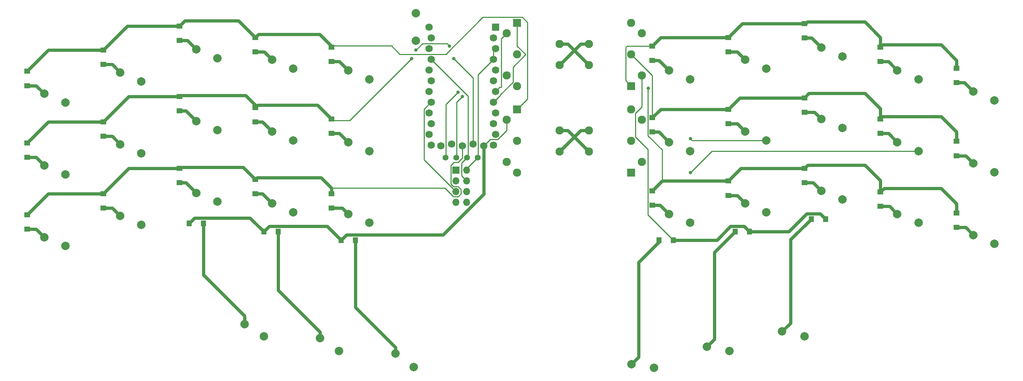
<source format=gbr>
%TF.GenerationSoftware,KiCad,Pcbnew,(5.1.9-0-10_14)*%
%TF.CreationDate,2021-06-06T18:46:05+01:00*%
%TF.ProjectId,dual_wield,6475616c-5f77-4696-956c-642e6b696361,rev?*%
%TF.SameCoordinates,Original*%
%TF.FileFunction,Copper,L1,Top*%
%TF.FilePolarity,Positive*%
%FSLAX46Y46*%
G04 Gerber Fmt 4.6, Leading zero omitted, Abs format (unit mm)*
G04 Created by KiCad (PCBNEW (5.1.9-0-10_14)) date 2021-06-06 18:46:05*
%MOMM*%
%LPD*%
G01*
G04 APERTURE LIST*
%TA.AperFunction,ComponentPad*%
%ADD10C,1.752600*%
%TD*%
%TA.AperFunction,ComponentPad*%
%ADD11R,1.752600X1.752600*%
%TD*%
%TA.AperFunction,ComponentPad*%
%ADD12C,2.000000*%
%TD*%
%TA.AperFunction,ComponentPad*%
%ADD13C,1.397000*%
%TD*%
%TA.AperFunction,ComponentPad*%
%ADD14O,1.700000X1.700000*%
%TD*%
%TA.AperFunction,ComponentPad*%
%ADD15R,1.700000X1.700000*%
%TD*%
%TA.AperFunction,ComponentPad*%
%ADD16C,1.950000*%
%TD*%
%TA.AperFunction,ComponentPad*%
%ADD17R,1.950000X1.950000*%
%TD*%
%TA.AperFunction,SMDPad,CuDef*%
%ADD18R,1.400000X1.200000*%
%TD*%
%TA.AperFunction,SMDPad,CuDef*%
%ADD19R,1.200000X1.400000*%
%TD*%
%TA.AperFunction,ViaPad*%
%ADD20C,0.800000*%
%TD*%
%TA.AperFunction,Conductor*%
%ADD21C,0.750000*%
%TD*%
%TA.AperFunction,Conductor*%
%ADD22C,0.250000*%
%TD*%
G04 APERTURE END LIST*
D10*
%TO.P,U1,25*%
%TO.N,row3*%
X283080000Y-159698600D03*
%TO.P,U1,26*%
%TO.N,row1*%
X280540000Y-159241400D03*
%TO.P,U1,27*%
%TO.N,row2*%
X278000000Y-159698600D03*
%TO.P,U1,28*%
%TO.N,Net-(U1-Pad28)*%
X275460000Y-159241400D03*
%TO.P,U1,29*%
%TO.N,Net-(U1-Pad29)*%
X272920000Y-159698600D03*
%TO.P,U1,24*%
%TO.N,col1*%
X270151400Y-131530000D03*
%TO.P,U1,12*%
%TO.N,row0*%
X285391400Y-159470000D03*
%TO.P,U1,23*%
%TO.N,Net-(SW1-Pad1)*%
X270608600Y-134070000D03*
%TO.P,U1,22*%
%TO.N,Net-(SW1-Pad2)*%
X270151400Y-136610000D03*
%TO.P,U1,21*%
%TO.N,VCC*%
X270608600Y-139150000D03*
%TO.P,U1,20*%
%TO.N,col2*%
X270151400Y-141690000D03*
%TO.P,U1,19*%
%TO.N,col3*%
X270608600Y-144230000D03*
%TO.P,U1,18*%
%TO.N,col4*%
X270151400Y-146770000D03*
%TO.P,U1,17*%
%TO.N,ss*%
X270608600Y-149310000D03*
%TO.P,U1,16*%
%TO.N,sc*%
X270151400Y-151850000D03*
%TO.P,U1,15*%
%TO.N,mi*%
X270608600Y-154390000D03*
%TO.P,U1,14*%
%TO.N,mo*%
X270151400Y-156930000D03*
%TO.P,U1,13*%
%TO.N,col0*%
X270608600Y-159470000D03*
%TO.P,U1,11*%
%TO.N,col7*%
X285848600Y-156930000D03*
%TO.P,U1,10*%
%TO.N,col9*%
X285391400Y-154390000D03*
%TO.P,U1,9*%
%TO.N,col6*%
X285848600Y-151850000D03*
%TO.P,U1,8*%
%TO.N,col5*%
X285391400Y-149310000D03*
%TO.P,U1,7*%
%TO.N,col8*%
X285848600Y-146770000D03*
%TO.P,U1,6*%
%TO.N,scl*%
X285391400Y-144230000D03*
%TO.P,U1,5*%
%TO.N,sda*%
X285848600Y-141690000D03*
%TO.P,U1,4*%
%TO.N,GND*%
X285391400Y-139150000D03*
%TO.P,U1,3*%
X285848600Y-136610000D03*
%TO.P,U1,2*%
%TO.N,Net-(U1-Pad2)*%
X285391400Y-134070000D03*
D11*
%TO.P,U1,1*%
%TO.N,Net-(U1-Pad1)*%
X285848600Y-131530000D03*
%TD*%
D12*
%TO.P,SW1,2*%
%TO.N,Net-(SW1-Pad2)*%
X267000000Y-134750000D03*
%TO.P,SW1,1*%
%TO.N,Net-(SW1-Pad1)*%
X267000000Y-128250000D03*
%TD*%
D13*
%TO.P,OL1,4*%
%TO.N,GND*%
X281620000Y-162500000D03*
%TO.P,OL1,3*%
%TO.N,VCC*%
X279080000Y-162500000D03*
%TO.P,OL1,2*%
%TO.N,scl*%
X276540000Y-162500000D03*
%TO.P,OL1,1*%
%TO.N,sda*%
X274000000Y-162500000D03*
%TD*%
D12*
%TO.P,K?1,2*%
%TO.N,Net-(D1-Pad2)*%
X179000000Y-147300000D03*
%TO.P,K?1,1*%
%TO.N,col0*%
X184000000Y-149400000D03*
%TD*%
%TO.P,K35,2*%
%TO.N,Net-(D36-Pad2)*%
X399000000Y-180800000D03*
%TO.P,K35,1*%
%TO.N,col9r*%
X404000000Y-182900000D03*
%TD*%
%TO.P,K34,2*%
%TO.N,Net-(D35-Pad2)*%
X399000000Y-163800000D03*
%TO.P,K34,1*%
%TO.N,col9r*%
X404000000Y-165900000D03*
%TD*%
%TO.P,K33,2*%
%TO.N,Net-(D34-Pad2)*%
X399000000Y-146800000D03*
%TO.P,K33,1*%
%TO.N,col9r*%
X404000000Y-148900000D03*
%TD*%
%TO.P,K32,2*%
%TO.N,Net-(D33-Pad2)*%
X381000000Y-175800000D03*
%TO.P,K32,1*%
%TO.N,col8r*%
X386000000Y-177900000D03*
%TD*%
%TO.P,K31,2*%
%TO.N,Net-(D32-Pad2)*%
X381000000Y-158800000D03*
%TO.P,K31,1*%
%TO.N,col8r*%
X386000000Y-160900000D03*
%TD*%
%TO.P,K30,2*%
%TO.N,Net-(D31-Pad2)*%
X381000000Y-141800000D03*
%TO.P,K30,1*%
%TO.N,col8r*%
X386000000Y-143900000D03*
%TD*%
%TO.P,K29,2*%
%TO.N,Net-(D30-Pad2)*%
X353735824Y-203610510D03*
%TO.P,K29,1*%
%TO.N,col7r*%
X359024524Y-204810366D03*
%TD*%
%TO.P,K28,2*%
%TO.N,Net-(D29-Pad2)*%
X363000000Y-170300000D03*
%TO.P,K28,1*%
%TO.N,col7r*%
X368000000Y-172400000D03*
%TD*%
%TO.P,K27,2*%
%TO.N,Net-(D28-Pad2)*%
X363000000Y-153300000D03*
%TO.P,K27,1*%
%TO.N,col7r*%
X368000000Y-155400000D03*
%TD*%
%TO.P,K26,2*%
%TO.N,Net-(D27-Pad2)*%
X363020000Y-136400000D03*
%TO.P,K26,1*%
%TO.N,col7r*%
X368020000Y-138500000D03*
%TD*%
%TO.P,K25,2*%
%TO.N,Net-(D26-Pad2)*%
X335899326Y-207256519D03*
%TO.P,K25,1*%
%TO.N,col6r*%
X341226679Y-208271071D03*
%TD*%
%TO.P,K24,2*%
%TO.N,Net-(D25-Pad2)*%
X345000000Y-173300000D03*
%TO.P,K24,1*%
%TO.N,col6r*%
X350000000Y-175400000D03*
%TD*%
%TO.P,K23,2*%
%TO.N,Net-(D24-Pad2)*%
X345000000Y-156300000D03*
%TO.P,K23,1*%
%TO.N,col6r*%
X350000000Y-158400000D03*
%TD*%
%TO.P,K22,2*%
%TO.N,Net-(D23-Pad2)*%
X345000000Y-139300000D03*
%TO.P,K22,1*%
%TO.N,col6r*%
X350000000Y-141400000D03*
%TD*%
%TO.P,K21,2*%
%TO.N,Net-(D22-Pad2)*%
X318067825Y-211396733D03*
%TO.P,K21,1*%
%TO.N,col5r*%
X323427339Y-212224745D03*
%TD*%
%TO.P,K20,2*%
%TO.N,Net-(D21-Pad2)*%
X326940000Y-175800000D03*
%TO.P,K20,1*%
%TO.N,col5r*%
X331940000Y-177900000D03*
%TD*%
%TO.P,K19,2*%
%TO.N,Net-(D20-Pad2)*%
X326940000Y-158800000D03*
%TO.P,K19,1*%
%TO.N,col5r*%
X331940000Y-160900000D03*
%TD*%
%TO.P,K18,2*%
%TO.N,Net-(D19-Pad2)*%
X326940000Y-141800000D03*
%TO.P,K18,1*%
%TO.N,col5r*%
X331940000Y-143900000D03*
%TD*%
%TO.P,K17,2*%
%TO.N,Net-(D18-Pad2)*%
X262179218Y-208827514D03*
%TO.P,K17,1*%
%TO.N,col4*%
X266522661Y-212074745D03*
%TD*%
%TO.P,K16,2*%
%TO.N,Net-(D17-Pad2)*%
X251000000Y-175800000D03*
%TO.P,K16,1*%
%TO.N,col4*%
X256000000Y-177900000D03*
%TD*%
%TO.P,K15,2*%
%TO.N,Net-(D16-Pad2)*%
X251000000Y-158800000D03*
%TO.P,K15,1*%
%TO.N,col4*%
X256000000Y-160900000D03*
%TD*%
%TO.P,K14,2*%
%TO.N,Net-(D15-Pad2)*%
X251000000Y-141800000D03*
%TO.P,K14,1*%
%TO.N,col4*%
X256000000Y-143900000D03*
%TD*%
%TO.P,K13,2*%
%TO.N,Net-(D14-Pad2)*%
X244319198Y-205177402D03*
%TO.P,K13,1*%
%TO.N,col3*%
X248773321Y-208271071D03*
%TD*%
%TO.P,K12,2*%
%TO.N,Net-(D13-Pad2)*%
X233000000Y-173300000D03*
%TO.P,K12,1*%
%TO.N,col3*%
X238000000Y-175400000D03*
%TD*%
%TO.P,K11,2*%
%TO.N,Net-(D12-Pad2)*%
X233000000Y-156300000D03*
%TO.P,K11,1*%
%TO.N,col3*%
X238000000Y-158400000D03*
%TD*%
%TO.P,K10,2*%
%TO.N,Net-(D11-Pad2)*%
X233000000Y-139300000D03*
%TO.P,K10,1*%
%TO.N,col3*%
X238000000Y-141400000D03*
%TD*%
%TO.P,K9,2*%
%TO.N,Net-(D10-Pad2)*%
X226416098Y-201874029D03*
%TO.P,K9,1*%
%TO.N,col2*%
X230975476Y-204810366D03*
%TD*%
%TO.P,K8,2*%
%TO.N,Net-(D9-Pad2)*%
X215000000Y-170800000D03*
%TO.P,K8,1*%
%TO.N,col2*%
X220000000Y-172900000D03*
%TD*%
%TO.P,K7,2*%
%TO.N,Net-(D8-Pad2)*%
X215000000Y-153800000D03*
%TO.P,K7,1*%
%TO.N,col2*%
X220000000Y-155900000D03*
%TD*%
%TO.P,K6,2*%
%TO.N,Net-(D7-Pad2)*%
X215000000Y-136800000D03*
%TO.P,K6,1*%
%TO.N,col2*%
X220000000Y-138900000D03*
%TD*%
%TO.P,K5,2*%
%TO.N,Net-(D6-Pad2)*%
X197000000Y-176300000D03*
%TO.P,K5,1*%
%TO.N,col1*%
X202000000Y-178400000D03*
%TD*%
%TO.P,K4,2*%
%TO.N,Net-(D5-Pad2)*%
X197000000Y-159300000D03*
%TO.P,K4,1*%
%TO.N,col1*%
X202000000Y-161400000D03*
%TD*%
%TO.P,K3,2*%
%TO.N,Net-(D4-Pad2)*%
X197000000Y-142300000D03*
%TO.P,K3,1*%
%TO.N,col1*%
X202000000Y-144400000D03*
%TD*%
%TO.P,K2,2*%
%TO.N,Net-(D3-Pad2)*%
X179000000Y-181300000D03*
%TO.P,K2,1*%
%TO.N,col0*%
X184000000Y-183400000D03*
%TD*%
%TO.P,K1,2*%
%TO.N,Net-(D2-Pad2)*%
X179000000Y-164300000D03*
%TO.P,K1,1*%
%TO.N,col0*%
X184000000Y-166400000D03*
%TD*%
D14*
%TO.P,JADNS1,8*%
%TO.N,mi*%
X279000000Y-173040000D03*
%TO.P,JADNS1,7*%
%TO.N,sc*%
X276460000Y-173040000D03*
%TO.P,JADNS1,6*%
%TO.N,mo*%
X279000000Y-170500000D03*
%TO.P,JADNS1,5*%
%TO.N,ss*%
X276460000Y-170500000D03*
%TO.P,JADNS1,4*%
%TO.N,VCC*%
X279000000Y-167960000D03*
%TO.P,JADNS1,3*%
%TO.N,GND*%
X276460000Y-167960000D03*
%TO.P,JADNS1,2*%
X279000000Y-165420000D03*
D15*
%TO.P,JADNS1,1*%
%TO.N,mot*%
X276460000Y-165420000D03*
%TD*%
D16*
%TO.P,J4,3*%
%TO.N,col7r*%
X318000000Y-151000000D03*
%TO.P,J4,4*%
%TO.N,col8r*%
X320500000Y-163500000D03*
%TO.P,J4,5*%
%TO.N,col9r*%
X320500000Y-153500000D03*
D17*
%TO.P,J4,1*%
%TO.N,col5r*%
X318000000Y-166000000D03*
D16*
%TO.P,J4,2*%
%TO.N,col6r*%
X318000000Y-158500000D03*
%TO.P,J4,E2*%
%TO.N,N/C*%
X308000000Y-161000000D03*
%TO.P,J4,E1*%
X308000000Y-156000000D03*
%TD*%
%TO.P,J3,3*%
%TO.N,col7*%
X291000000Y-145500000D03*
%TO.P,J3,4*%
%TO.N,col8*%
X288500000Y-133000000D03*
%TO.P,J3,5*%
%TO.N,col9*%
X288500000Y-143000000D03*
D17*
%TO.P,J3,1*%
%TO.N,col5*%
X291000000Y-130500000D03*
D16*
%TO.P,J3,2*%
%TO.N,col6*%
X291000000Y-138000000D03*
%TO.P,J3,E2*%
%TO.N,N/C*%
X301000000Y-135500000D03*
%TO.P,J3,E1*%
X301000000Y-140500000D03*
%TD*%
%TO.P,J2,3*%
%TO.N,row2conR*%
X318000000Y-130500000D03*
%TO.P,J2,4*%
%TO.N,row3conR*%
X320500000Y-143000000D03*
%TO.P,J2,5*%
%TO.N,Net-(J2-Pad5)*%
X320500000Y-133000000D03*
D17*
%TO.P,J2,1*%
%TO.N,row0conR*%
X318000000Y-145500000D03*
D16*
%TO.P,J2,2*%
%TO.N,row1conR*%
X318000000Y-138000000D03*
%TO.P,J2,E2*%
%TO.N,N/C*%
X308000000Y-140500000D03*
%TO.P,J2,E1*%
X308000000Y-135500000D03*
%TD*%
%TO.P,J1,3*%
%TO.N,row2*%
X291000000Y-166000000D03*
%TO.P,J1,4*%
%TO.N,row3*%
X288500000Y-153500000D03*
%TO.P,J1,5*%
%TO.N,Net-(J1-Pad5)*%
X288500000Y-163500000D03*
D17*
%TO.P,J1,1*%
%TO.N,row0*%
X291000000Y-151000000D03*
D16*
%TO.P,J1,2*%
%TO.N,row1*%
X291000000Y-158500000D03*
%TO.P,J1,E2*%
%TO.N,N/C*%
X301000000Y-156000000D03*
%TO.P,J1,E1*%
X301000000Y-161000000D03*
%TD*%
D18*
%TO.P,D36,1*%
%TO.N,row2conR*%
X395000000Y-175600000D03*
%TO.P,D36,2*%
%TO.N,Net-(D36-Pad2)*%
X395000000Y-179000000D03*
%TD*%
%TO.P,D35,1*%
%TO.N,row1conR*%
X395000000Y-158600000D03*
%TO.P,D35,2*%
%TO.N,Net-(D35-Pad2)*%
X395000000Y-162000000D03*
%TD*%
%TO.P,D34,1*%
%TO.N,row0conR*%
X395000000Y-141300000D03*
%TO.P,D34,2*%
%TO.N,Net-(D34-Pad2)*%
X395000000Y-144700000D03*
%TD*%
%TO.P,D33,1*%
%TO.N,row2conR*%
X377000000Y-170600000D03*
%TO.P,D33,2*%
%TO.N,Net-(D33-Pad2)*%
X377000000Y-174000000D03*
%TD*%
%TO.P,D32,1*%
%TO.N,row1conR*%
X377000000Y-153300000D03*
%TO.P,D32,2*%
%TO.N,Net-(D32-Pad2)*%
X377000000Y-156700000D03*
%TD*%
%TO.P,D31,1*%
%TO.N,row0conR*%
X377000000Y-136300000D03*
%TO.P,D31,2*%
%TO.N,Net-(D31-Pad2)*%
X377000000Y-139700000D03*
%TD*%
D19*
%TO.P,D30,1*%
%TO.N,row3conR*%
X364000000Y-177000000D03*
%TO.P,D30,2*%
%TO.N,Net-(D30-Pad2)*%
X360600000Y-177000000D03*
%TD*%
D18*
%TO.P,D29,1*%
%TO.N,row2conR*%
X359000000Y-165000000D03*
%TO.P,D29,2*%
%TO.N,Net-(D29-Pad2)*%
X359000000Y-168400000D03*
%TD*%
%TO.P,D28,1*%
%TO.N,row1conR*%
X359000000Y-148300000D03*
%TO.P,D28,2*%
%TO.N,Net-(D28-Pad2)*%
X359000000Y-151700000D03*
%TD*%
%TO.P,D27,1*%
%TO.N,row0conR*%
X359000000Y-130710000D03*
%TO.P,D27,2*%
%TO.N,Net-(D27-Pad2)*%
X359000000Y-134110000D03*
%TD*%
D19*
%TO.P,D26,1*%
%TO.N,row3conR*%
X346000000Y-180000000D03*
%TO.P,D26,2*%
%TO.N,Net-(D26-Pad2)*%
X342600000Y-180000000D03*
%TD*%
D18*
%TO.P,D25,1*%
%TO.N,row2conR*%
X341000000Y-168000000D03*
%TO.P,D25,2*%
%TO.N,Net-(D25-Pad2)*%
X341000000Y-171400000D03*
%TD*%
%TO.P,D24,1*%
%TO.N,row1conR*%
X341000000Y-151000000D03*
%TO.P,D24,2*%
%TO.N,Net-(D24-Pad2)*%
X341000000Y-154400000D03*
%TD*%
%TO.P,D23,1*%
%TO.N,row0conR*%
X341000000Y-134000000D03*
%TO.P,D23,2*%
%TO.N,Net-(D23-Pad2)*%
X341000000Y-137400000D03*
%TD*%
D19*
%TO.P,D22,1*%
%TO.N,row3conR*%
X328000000Y-182000000D03*
%TO.P,D22,2*%
%TO.N,Net-(D22-Pad2)*%
X324600000Y-182000000D03*
%TD*%
D18*
%TO.P,D21,1*%
%TO.N,row2conR*%
X323000000Y-170300000D03*
%TO.P,D21,2*%
%TO.N,Net-(D21-Pad2)*%
X323000000Y-173700000D03*
%TD*%
%TO.P,D20,1*%
%TO.N,row1conR*%
X323000000Y-153000000D03*
%TO.P,D20,2*%
%TO.N,Net-(D20-Pad2)*%
X323000000Y-156400000D03*
%TD*%
%TO.P,D19,1*%
%TO.N,row0conR*%
X323000000Y-136000000D03*
%TO.P,D19,2*%
%TO.N,Net-(D19-Pad2)*%
X323000000Y-139400000D03*
%TD*%
D19*
%TO.P,D18,1*%
%TO.N,row3*%
X249300000Y-182000000D03*
%TO.P,D18,2*%
%TO.N,Net-(D18-Pad2)*%
X252700000Y-182000000D03*
%TD*%
D18*
%TO.P,D17,1*%
%TO.N,row2*%
X247000000Y-171000000D03*
%TO.P,D17,2*%
%TO.N,Net-(D17-Pad2)*%
X247000000Y-174400000D03*
%TD*%
%TO.P,D16,1*%
%TO.N,row1*%
X247000000Y-153300000D03*
%TO.P,D16,2*%
%TO.N,Net-(D16-Pad2)*%
X247000000Y-156700000D03*
%TD*%
%TO.P,D15,1*%
%TO.N,row0*%
X247000000Y-136300000D03*
%TO.P,D15,2*%
%TO.N,Net-(D15-Pad2)*%
X247000000Y-139700000D03*
%TD*%
D19*
%TO.P,D14,1*%
%TO.N,row3*%
X231000000Y-180000000D03*
%TO.P,D14,2*%
%TO.N,Net-(D14-Pad2)*%
X234400000Y-180000000D03*
%TD*%
D18*
%TO.P,D13,1*%
%TO.N,row2*%
X229000000Y-167600000D03*
%TO.P,D13,2*%
%TO.N,Net-(D13-Pad2)*%
X229000000Y-171000000D03*
%TD*%
%TO.P,D12,1*%
%TO.N,row1*%
X229000000Y-150600000D03*
%TO.P,D12,2*%
%TO.N,Net-(D12-Pad2)*%
X229000000Y-154000000D03*
%TD*%
%TO.P,D11,1*%
%TO.N,row0*%
X229000000Y-134000000D03*
%TO.P,D11,2*%
%TO.N,Net-(D11-Pad2)*%
X229000000Y-137400000D03*
%TD*%
D19*
%TO.P,D10,1*%
%TO.N,row3*%
X213300000Y-178000000D03*
%TO.P,D10,2*%
%TO.N,Net-(D10-Pad2)*%
X216700000Y-178000000D03*
%TD*%
D18*
%TO.P,D9,1*%
%TO.N,row2*%
X211000000Y-165000000D03*
%TO.P,D9,2*%
%TO.N,Net-(D9-Pad2)*%
X211000000Y-168400000D03*
%TD*%
%TO.P,D8,1*%
%TO.N,row1*%
X211000000Y-148000000D03*
%TO.P,D8,2*%
%TO.N,Net-(D8-Pad2)*%
X211000000Y-151400000D03*
%TD*%
%TO.P,D7,1*%
%TO.N,row0*%
X211000000Y-131300000D03*
%TO.P,D7,2*%
%TO.N,Net-(D7-Pad2)*%
X211000000Y-134700000D03*
%TD*%
%TO.P,D6,1*%
%TO.N,row2*%
X193000000Y-171000000D03*
%TO.P,D6,2*%
%TO.N,Net-(D6-Pad2)*%
X193000000Y-174400000D03*
%TD*%
%TO.P,D5,1*%
%TO.N,row1*%
X193000000Y-154000000D03*
%TO.P,D5,2*%
%TO.N,Net-(D5-Pad2)*%
X193000000Y-157400000D03*
%TD*%
%TO.P,D4,1*%
%TO.N,row0*%
X193000000Y-137000000D03*
%TO.P,D4,2*%
%TO.N,Net-(D4-Pad2)*%
X193000000Y-140400000D03*
%TD*%
%TO.P,D3,1*%
%TO.N,row2*%
X175000000Y-176000000D03*
%TO.P,D3,2*%
%TO.N,Net-(D3-Pad2)*%
X175000000Y-179400000D03*
%TD*%
%TO.P,D2,1*%
%TO.N,row1*%
X175000000Y-159000000D03*
%TO.P,D2,2*%
%TO.N,Net-(D2-Pad2)*%
X175000000Y-162400000D03*
%TD*%
%TO.P,D1,1*%
%TO.N,row0*%
X175000000Y-142000000D03*
%TO.P,D1,2*%
%TO.N,Net-(D1-Pad2)*%
X175000000Y-145400000D03*
%TD*%
D20*
%TO.N,row1*%
X276000000Y-139000000D03*
X275000000Y-136000000D03*
X267000000Y-137000000D03*
X266000000Y-139000000D03*
%TO.N,row2conR*%
X322000000Y-146000000D03*
%TO.N,col8r*%
X332000000Y-166000000D03*
%TO.N,col6r*%
X332000000Y-158000000D03*
%TO.N,scl*%
X278000000Y-148000000D03*
%TO.N,sda*%
X277000000Y-147000000D03*
%TD*%
D21*
%TO.N,*%
X303000000Y-135500000D02*
X308000000Y-140500000D01*
X301000000Y-135500000D02*
X303000000Y-135500000D01*
X306000000Y-135500000D02*
X301000000Y-140500000D01*
X308000000Y-135500000D02*
X306000000Y-135500000D01*
X303000000Y-156000000D02*
X308000000Y-161000000D01*
X301000000Y-156000000D02*
X303000000Y-156000000D01*
X306000000Y-156000000D02*
X301000000Y-161000000D01*
X308000000Y-156000000D02*
X306000000Y-156000000D01*
%TO.N,row0*%
X247000000Y-136300000D02*
X247000000Y-136000000D01*
X244224999Y-133224999D02*
X229775001Y-133224999D01*
X229775001Y-133224999D02*
X229000000Y-134000000D01*
X247000000Y-136000000D02*
X244224999Y-133224999D01*
X229000000Y-134000000D02*
X225000000Y-130000000D01*
X212300000Y-130000000D02*
X211000000Y-131300000D01*
X225000000Y-130000000D02*
X212300000Y-130000000D01*
X198700000Y-131300000D02*
X193000000Y-137000000D01*
X211000000Y-131300000D02*
X198700000Y-131300000D01*
X180000000Y-137000000D02*
X175000000Y-142000000D01*
X193000000Y-137000000D02*
X180000000Y-137000000D01*
D22*
X247325001Y-135974999D02*
X247000000Y-136300000D01*
X261214001Y-135974999D02*
X247325001Y-135974999D01*
X263187701Y-137948699D02*
X261214001Y-135974999D01*
X293450009Y-148549991D02*
X291000000Y-151000000D01*
X293450009Y-130415007D02*
X293450009Y-148549991D01*
X292235001Y-129199999D02*
X293450009Y-130415007D01*
X282873003Y-129199999D02*
X292235001Y-129199999D01*
X274124303Y-137948699D02*
X282873003Y-129199999D01*
X263187701Y-137948699D02*
X274124303Y-137948699D01*
D21*
%TO.N,Net-(D1-Pad2)*%
X177100000Y-145400000D02*
X179000000Y-147300000D01*
X175000000Y-145400000D02*
X177100000Y-145400000D01*
%TO.N,row1*%
X247000000Y-153300000D02*
X243700000Y-150000000D01*
X229600000Y-150000000D02*
X229000000Y-150600000D01*
X243700000Y-150000000D02*
X229600000Y-150000000D01*
X229000000Y-150600000D02*
X229000000Y-150000000D01*
X211275001Y-147724999D02*
X211000000Y-148000000D01*
X226724999Y-147724999D02*
X211275001Y-147724999D01*
X229000000Y-150000000D02*
X226724999Y-147724999D01*
X199000000Y-148000000D02*
X193000000Y-154000000D01*
X211000000Y-148000000D02*
X199000000Y-148000000D01*
X180000000Y-154000000D02*
X175000000Y-159000000D01*
X193000000Y-154000000D02*
X180000000Y-154000000D01*
D22*
X280540000Y-143540000D02*
X276000000Y-139000000D01*
X280540000Y-159241400D02*
X280540000Y-143540000D01*
X268591301Y-135408699D02*
X267000000Y-137000000D01*
X274408699Y-135408699D02*
X268591301Y-135408699D01*
X275000000Y-136000000D02*
X274408699Y-135408699D01*
X247375001Y-153675001D02*
X247000000Y-153300000D01*
X251324999Y-153675001D02*
X247375001Y-153675001D01*
X266000000Y-139000000D02*
X251324999Y-153675001D01*
D21*
%TO.N,Net-(D2-Pad2)*%
X177100000Y-162400000D02*
X179000000Y-164300000D01*
X175000000Y-162400000D02*
X177100000Y-162400000D01*
%TO.N,row2*%
X244574999Y-167224999D02*
X229375001Y-167224999D01*
X229375001Y-167224999D02*
X229000000Y-167600000D01*
X247000000Y-169650000D02*
X244574999Y-167224999D01*
X247000000Y-171000000D02*
X247000000Y-169650000D01*
X211275001Y-164724999D02*
X211000000Y-165000000D01*
X226124999Y-164724999D02*
X211275001Y-164724999D01*
X229000000Y-167600000D02*
X226124999Y-164724999D01*
X199000000Y-165000000D02*
X193000000Y-171000000D01*
X211000000Y-165000000D02*
X199000000Y-165000000D01*
X180000000Y-171000000D02*
X175000000Y-176000000D01*
X193000000Y-171000000D02*
X180000000Y-171000000D01*
D22*
X278000000Y-162554782D02*
X278000000Y-159698600D01*
X277031281Y-163523501D02*
X278000000Y-162554782D01*
X276071497Y-163523501D02*
X277031281Y-163523501D01*
X275284999Y-168688589D02*
X275284999Y-164309999D01*
X275921409Y-169324999D02*
X275284999Y-168688589D01*
X277024001Y-169324999D02*
X275921409Y-169324999D01*
X277635001Y-169935999D02*
X277024001Y-169324999D01*
X277635001Y-171064001D02*
X277635001Y-169935999D01*
X277024001Y-171675001D02*
X277635001Y-171064001D01*
X275895999Y-171675001D02*
X277024001Y-171675001D01*
X275284999Y-164309999D02*
X276071497Y-163523501D01*
X273870998Y-169650000D02*
X275895999Y-171675001D01*
X247000000Y-169650000D02*
X273870998Y-169650000D01*
D21*
%TO.N,Net-(D3-Pad2)*%
X177100000Y-179400000D02*
X179000000Y-181300000D01*
X175000000Y-179400000D02*
X177100000Y-179400000D01*
%TO.N,Net-(D4-Pad2)*%
X195100000Y-140400000D02*
X197000000Y-142300000D01*
X193000000Y-140400000D02*
X195100000Y-140400000D01*
%TO.N,Net-(D5-Pad2)*%
X195100000Y-157400000D02*
X197000000Y-159300000D01*
X193000000Y-157400000D02*
X195100000Y-157400000D01*
%TO.N,Net-(D6-Pad2)*%
X195100000Y-174400000D02*
X197000000Y-176300000D01*
X193000000Y-174400000D02*
X195100000Y-174400000D01*
%TO.N,Net-(D7-Pad2)*%
X212900000Y-134700000D02*
X215000000Y-136800000D01*
X211000000Y-134700000D02*
X212900000Y-134700000D01*
%TO.N,Net-(D8-Pad2)*%
X212600000Y-151400000D02*
X215000000Y-153800000D01*
X211000000Y-151400000D02*
X212600000Y-151400000D01*
%TO.N,Net-(D9-Pad2)*%
X212600000Y-168400000D02*
X215000000Y-170800000D01*
X211000000Y-168400000D02*
X212600000Y-168400000D01*
%TO.N,row3*%
X227724999Y-176724999D02*
X231000000Y-180000000D01*
X214575001Y-176724999D02*
X227724999Y-176724999D01*
X213300000Y-178000000D02*
X214575001Y-176724999D01*
X232275001Y-178724999D02*
X246024999Y-178724999D01*
X246024999Y-178724999D02*
X249300000Y-182000000D01*
X231000000Y-180000000D02*
X232275001Y-178724999D01*
X283080000Y-171069002D02*
X283080000Y-159698600D01*
X273424003Y-180724999D02*
X283080000Y-171069002D01*
X250575001Y-180724999D02*
X273424003Y-180724999D01*
X249300000Y-182000000D02*
X250575001Y-180724999D01*
D22*
X286425225Y-158131301D02*
X284647299Y-158131301D01*
X284647299Y-158131301D02*
X283080000Y-159698600D01*
X288500000Y-156056526D02*
X286425225Y-158131301D01*
X288500000Y-153500000D02*
X288500000Y-156056526D01*
D21*
%TO.N,Net-(D10-Pad2)*%
X226416098Y-199986478D02*
X226416098Y-201874029D01*
X216700000Y-190270380D02*
X226416098Y-199986478D01*
X216700000Y-178000000D02*
X216700000Y-190270380D01*
%TO.N,Net-(D11-Pad2)*%
X231100000Y-137400000D02*
X233000000Y-139300000D01*
X229000000Y-137400000D02*
X231100000Y-137400000D01*
%TO.N,Net-(D12-Pad2)*%
X230700000Y-154000000D02*
X233000000Y-156300000D01*
X229000000Y-154000000D02*
X230700000Y-154000000D01*
%TO.N,Net-(D13-Pad2)*%
X230700000Y-171000000D02*
X233000000Y-173300000D01*
X229000000Y-171000000D02*
X230700000Y-171000000D01*
%TO.N,Net-(D14-Pad2)*%
X234400000Y-193843991D02*
X244319198Y-203763189D01*
X244319198Y-203763189D02*
X244319198Y-205177402D01*
X234400000Y-180000000D02*
X234400000Y-193843991D01*
%TO.N,Net-(D15-Pad2)*%
X248900000Y-139700000D02*
X251000000Y-141800000D01*
X247000000Y-139700000D02*
X248900000Y-139700000D01*
%TO.N,Net-(D16-Pad2)*%
X248900000Y-156700000D02*
X251000000Y-158800000D01*
X247000000Y-156700000D02*
X248900000Y-156700000D01*
%TO.N,Net-(D17-Pad2)*%
X249600000Y-174400000D02*
X251000000Y-175800000D01*
X247000000Y-174400000D02*
X249600000Y-174400000D01*
%TO.N,Net-(D18-Pad2)*%
X262179218Y-207413301D02*
X262179218Y-208827514D01*
X252700000Y-197934083D02*
X262179218Y-207413301D01*
X252700000Y-182000000D02*
X252700000Y-197934083D01*
%TO.N,row0conR*%
X325000000Y-134000000D02*
X341000000Y-134000000D01*
X323000000Y-136000000D02*
X325000000Y-134000000D01*
X344290000Y-130710000D02*
X359000000Y-130710000D01*
X341000000Y-134000000D02*
X344290000Y-130710000D01*
X359000000Y-130710000D02*
X359290000Y-130710000D01*
X373354001Y-130324999D02*
X377000000Y-133970998D01*
X377000000Y-133970998D02*
X377000000Y-136300000D01*
X359675001Y-130324999D02*
X373354001Y-130324999D01*
X359290000Y-130710000D02*
X359675001Y-130324999D01*
X395000000Y-139390998D02*
X395000000Y-141300000D01*
X391334001Y-135724999D02*
X395000000Y-139390998D01*
X377575001Y-135724999D02*
X391334001Y-135724999D01*
X377000000Y-136300000D02*
X377575001Y-135724999D01*
D22*
X316699999Y-144199999D02*
X316699999Y-136300001D01*
X318000000Y-145500000D02*
X316699999Y-144199999D01*
X317000000Y-136000000D02*
X323000000Y-136000000D01*
X316699999Y-136300001D02*
X317000000Y-136000000D01*
D21*
%TO.N,Net-(D19-Pad2)*%
X324540000Y-139400000D02*
X326940000Y-141800000D01*
X323000000Y-139400000D02*
X324540000Y-139400000D01*
%TO.N,row1conR*%
X325000000Y-151000000D02*
X341000000Y-151000000D01*
X323000000Y-153000000D02*
X325000000Y-151000000D01*
X343700000Y-148300000D02*
X359000000Y-148300000D01*
X341000000Y-151000000D02*
X343700000Y-148300000D01*
X377000000Y-150890998D02*
X377000000Y-153300000D01*
X373334001Y-147224999D02*
X377000000Y-150890998D01*
X360075001Y-147224999D02*
X373334001Y-147224999D01*
X359000000Y-148300000D02*
X360075001Y-147224999D01*
X377000000Y-153300000D02*
X377000000Y-153000000D01*
X395000000Y-156390998D02*
X395000000Y-158600000D01*
X377275001Y-152724999D02*
X391334001Y-152724999D01*
X391334001Y-152724999D02*
X395000000Y-156390998D01*
X377000000Y-153000000D02*
X377275001Y-152724999D01*
D22*
X323000000Y-143000000D02*
X323000000Y-153000000D01*
X318000000Y-138000000D02*
X323000000Y-143000000D01*
D21*
%TO.N,Net-(D20-Pad2)*%
X324540000Y-156400000D02*
X326940000Y-158800000D01*
X323000000Y-156400000D02*
X324540000Y-156400000D01*
%TO.N,row2conR*%
X325300000Y-168000000D02*
X341000000Y-168000000D01*
X323000000Y-170300000D02*
X325300000Y-168000000D01*
X344000000Y-165000000D02*
X359000000Y-165000000D01*
X341000000Y-168000000D02*
X344000000Y-165000000D01*
X377000000Y-167890998D02*
X377000000Y-170600000D01*
X373334001Y-164224999D02*
X377000000Y-167890998D01*
X359775001Y-164224999D02*
X373334001Y-164224999D01*
X359000000Y-165000000D02*
X359775001Y-164224999D01*
X391334001Y-169724999D02*
X395000000Y-173390998D01*
X395000000Y-173390998D02*
X395000000Y-175600000D01*
X377875001Y-169724999D02*
X391334001Y-169724999D01*
X377000000Y-170600000D02*
X377875001Y-169724999D01*
D22*
X321974999Y-146025001D02*
X322000000Y-146000000D01*
X321974999Y-157260001D02*
X321974999Y-146025001D01*
X325300000Y-160585002D02*
X321974999Y-157260001D01*
X325300000Y-168000000D02*
X325300000Y-160585002D01*
D21*
%TO.N,Net-(D21-Pad2)*%
X324840000Y-173700000D02*
X326940000Y-175800000D01*
X323000000Y-173700000D02*
X324840000Y-173700000D01*
%TO.N,row3conR*%
X344724999Y-178724999D02*
X346000000Y-180000000D01*
X341539999Y-178724999D02*
X344724999Y-178724999D01*
X338264998Y-182000000D02*
X341539999Y-178724999D01*
X328000000Y-182000000D02*
X338264998Y-182000000D01*
X362724999Y-175724999D02*
X364000000Y-177000000D01*
X359539999Y-175724999D02*
X362724999Y-175724999D01*
X355264998Y-180000000D02*
X359539999Y-175724999D01*
X346000000Y-180000000D02*
X355264998Y-180000000D01*
D22*
X321974999Y-175974999D02*
X328000000Y-182000000D01*
X321974999Y-160550997D02*
X321974999Y-175974999D01*
X319000000Y-151924002D02*
X319000000Y-157575998D01*
X320500000Y-150424002D02*
X319000000Y-151924002D01*
X319000000Y-157575998D02*
X321974999Y-160550997D01*
X320500000Y-143000000D02*
X320500000Y-150424002D01*
D21*
%TO.N,Net-(D22-Pad2)*%
X319724999Y-209739559D02*
X318067825Y-211396733D01*
X319724999Y-187275001D02*
X319724999Y-209739559D01*
X324600000Y-182400000D02*
X319724999Y-187275001D01*
X324600000Y-182000000D02*
X324600000Y-182400000D01*
%TO.N,Net-(D23-Pad2)*%
X343100000Y-137400000D02*
X345000000Y-139300000D01*
X341000000Y-137400000D02*
X343100000Y-137400000D01*
%TO.N,Net-(D24-Pad2)*%
X343100000Y-154400000D02*
X345000000Y-156300000D01*
X341000000Y-154400000D02*
X343100000Y-154400000D01*
%TO.N,Net-(D25-Pad2)*%
X343100000Y-171400000D02*
X345000000Y-173300000D01*
X341000000Y-171400000D02*
X343100000Y-171400000D01*
%TO.N,Net-(D26-Pad2)*%
X337724999Y-205430846D02*
X335899326Y-207256519D01*
X337724999Y-184875001D02*
X337724999Y-205430846D01*
X342600000Y-180000000D02*
X337724999Y-184875001D01*
%TO.N,Net-(D27-Pad2)*%
X360730000Y-134110000D02*
X363020000Y-136400000D01*
X359000000Y-134110000D02*
X360730000Y-134110000D01*
%TO.N,Net-(D28-Pad2)*%
X361400000Y-151700000D02*
X363000000Y-153300000D01*
X359000000Y-151700000D02*
X361400000Y-151700000D01*
%TO.N,Net-(D29-Pad2)*%
X361100000Y-168400000D02*
X363000000Y-170300000D01*
X359000000Y-168400000D02*
X361100000Y-168400000D01*
%TO.N,Net-(D30-Pad2)*%
X355724999Y-201621335D02*
X353735824Y-203610510D01*
X355724999Y-181875001D02*
X355724999Y-201621335D01*
X360600000Y-177000000D02*
X355724999Y-181875001D01*
%TO.N,Net-(D31-Pad2)*%
X378900000Y-139700000D02*
X381000000Y-141800000D01*
X377000000Y-139700000D02*
X378900000Y-139700000D01*
%TO.N,Net-(D32-Pad2)*%
X378900000Y-156700000D02*
X381000000Y-158800000D01*
X377000000Y-156700000D02*
X378900000Y-156700000D01*
%TO.N,Net-(D33-Pad2)*%
X379200000Y-174000000D02*
X381000000Y-175800000D01*
X377000000Y-174000000D02*
X379200000Y-174000000D01*
%TO.N,Net-(D34-Pad2)*%
X396900000Y-144700000D02*
X399000000Y-146800000D01*
X395000000Y-144700000D02*
X396900000Y-144700000D01*
%TO.N,Net-(D35-Pad2)*%
X397200000Y-162000000D02*
X399000000Y-163800000D01*
X395000000Y-162000000D02*
X397200000Y-162000000D01*
%TO.N,Net-(D36-Pad2)*%
X397200000Y-179000000D02*
X399000000Y-180800000D01*
X395000000Y-179000000D02*
X397200000Y-179000000D01*
D22*
%TO.N,col8*%
X287199999Y-134300001D02*
X287199999Y-145800001D01*
X288500000Y-133000000D02*
X287199999Y-134300001D01*
X286818599Y-145800001D02*
X285848600Y-146770000D01*
X287199999Y-145800001D02*
X286818599Y-145800001D01*
%TO.N,col5*%
X291000000Y-130500000D02*
X291000000Y-136000000D01*
X291000000Y-136000000D02*
X293000000Y-138000000D01*
X290000000Y-144575998D02*
X287000000Y-147575998D01*
X290000000Y-141000000D02*
X290000000Y-144575998D01*
X293000000Y-138000000D02*
X290000000Y-141000000D01*
X287000000Y-147701400D02*
X285391400Y-149310000D01*
X287000000Y-147575998D02*
X287000000Y-147701400D01*
%TO.N,col8r*%
X337100000Y-160900000D02*
X386000000Y-160900000D01*
X332000000Y-166000000D02*
X337100000Y-160900000D01*
%TO.N,col6r*%
X332400000Y-158400000D02*
X350000000Y-158400000D01*
X332000000Y-158000000D02*
X332400000Y-158400000D01*
%TO.N,ss*%
X268950099Y-150968501D02*
X270608600Y-149310000D01*
X268950099Y-162990099D02*
X268950099Y-150968501D01*
X276460000Y-170500000D02*
X268950099Y-162990099D01*
%TO.N,VCC*%
X279338699Y-147880099D02*
X270608600Y-139150000D01*
X279338699Y-162241301D02*
X279338699Y-147880099D01*
X279080000Y-162500000D02*
X279338699Y-162241301D01*
X277824999Y-163755001D02*
X279080000Y-162500000D01*
X277824999Y-166784999D02*
X277824999Y-163755001D01*
X279000000Y-167960000D02*
X277824999Y-166784999D01*
%TO.N,GND*%
X281741301Y-142800099D02*
X285391400Y-139150000D01*
X281741301Y-162378699D02*
X281741301Y-142800099D01*
X281620000Y-162500000D02*
X281741301Y-162378699D01*
X279000000Y-165120000D02*
X279000000Y-165420000D01*
X281620000Y-162500000D02*
X279000000Y-165120000D01*
X285391400Y-137067200D02*
X285848600Y-136610000D01*
X285391400Y-139150000D02*
X285391400Y-137067200D01*
%TO.N,scl*%
X276661301Y-149338699D02*
X278000000Y-148000000D01*
X276661301Y-162378699D02*
X276661301Y-149338699D01*
X276540000Y-162500000D02*
X276661301Y-162378699D01*
%TO.N,sda*%
X274121301Y-149878699D02*
X277000000Y-147000000D01*
X274121301Y-162378699D02*
X274121301Y-149878699D01*
X274000000Y-162500000D02*
X274121301Y-162378699D01*
%TD*%
M02*

</source>
